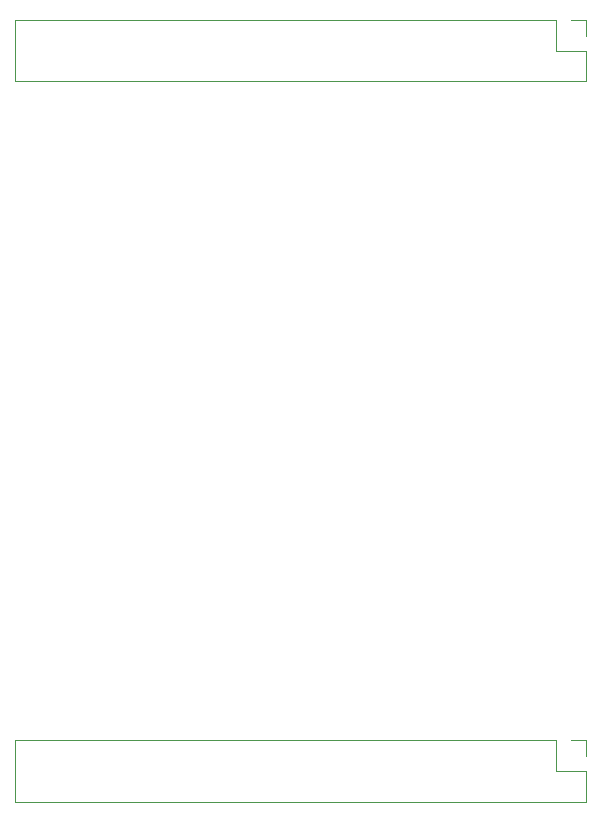
<source format=gbr>
%TF.GenerationSoftware,KiCad,Pcbnew,6.0.2+dfsg-1*%
%TF.CreationDate,2023-04-17T17:17:59+02:00*%
%TF.ProjectId,TransportPlatform_PCB,5472616e-7370-46f7-9274-506c6174666f,rev?*%
%TF.SameCoordinates,Original*%
%TF.FileFunction,Legend,Bot*%
%TF.FilePolarity,Positive*%
%FSLAX46Y46*%
G04 Gerber Fmt 4.6, Leading zero omitted, Abs format (unit mm)*
G04 Created by KiCad (PCBNEW 6.0.2+dfsg-1) date 2023-04-17 17:17:59*
%MOMM*%
%LPD*%
G01*
G04 APERTURE LIST*
%ADD10C,0.120000*%
G04 APERTURE END LIST*
D10*
%TO.C,J2*%
X159308000Y-88439000D02*
X157978000Y-88439000D01*
X159308000Y-93639000D02*
X110928000Y-93639000D01*
X156708000Y-91039000D02*
X156708000Y-88439000D01*
X110928000Y-93639000D02*
X110928000Y-88439000D01*
X159308000Y-91039000D02*
X156708000Y-91039000D01*
X159308000Y-89769000D02*
X159308000Y-88439000D01*
X159308000Y-93639000D02*
X159308000Y-91039000D01*
X156708000Y-88439000D02*
X110928000Y-88439000D01*
%TO.C,J1*%
X159308000Y-32639000D02*
X110928000Y-32639000D01*
X159308000Y-32639000D02*
X159308000Y-30039000D01*
X159308000Y-30039000D02*
X156708000Y-30039000D01*
X159308000Y-27439000D02*
X157978000Y-27439000D01*
X156708000Y-30039000D02*
X156708000Y-27439000D01*
X110928000Y-32639000D02*
X110928000Y-27439000D01*
X156708000Y-27439000D02*
X110928000Y-27439000D01*
X159308000Y-28769000D02*
X159308000Y-27439000D01*
%TD*%
M02*

</source>
